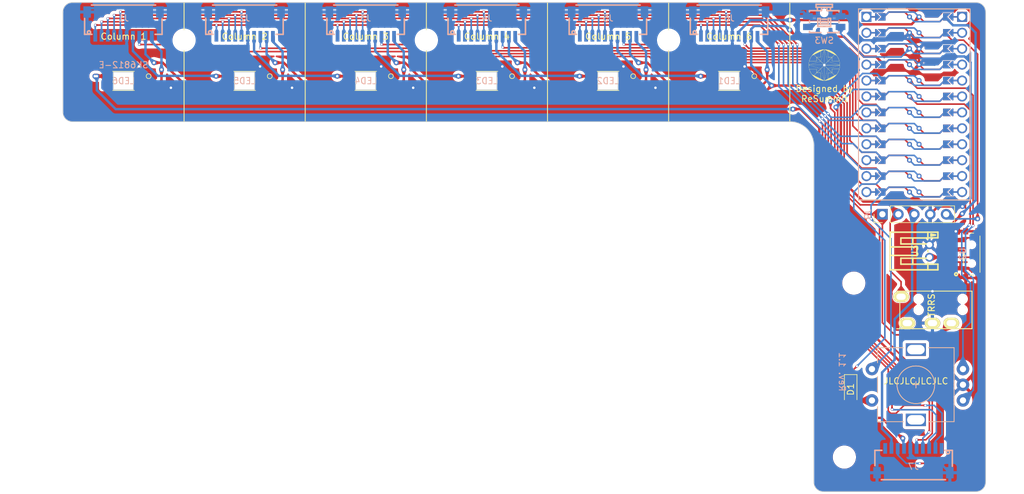
<source format=kicad_pcb>
(kicad_pcb (version 20221018) (generator pcbnew)
  (layers (0 "F.Cu" signal) (31 "B.Cu" signal) (34 "B.Paste" user) (35 "F.Paste" user) (36 "B.SilkS" user "B.Silkscreen") (37 "F.SilkS" user "F.Silkscreen") (38 "B.Mask" user) (39 "F.Mask" user) (44 "Edge.Cuts" user))
  (net 0 "")
  (net 1 "GND")
  (net 2 "/Row1")
  (net 3 "/Row2")
  (net 4 "/Row3")
  (net 5 "/Row4")
  (net 6 "/V+")
  (net 7 "SCL")
  (net 8 "SDA")
  (net 9 "/RGB_In1")
  (net 10 "/Col_In1")
  (net 11 "/Col_In2")
  (net 12 "/Col_In3")
  (net 13 "/Col_In4")
  (net 14 "/Col_In5")
  (net 15 "/Col_In6")
  (net 16 "/V_bat")
  (net 17 "RESET")
  (net 18 "ENCA")
  (net 19 "ENCB")
  (net 20 "/RGB_In2")
  (net 21 "/RGB_In3")
  (net 22 "/RGB_In4")
  (net 23 "/RGB_In5")
  (net 24 "/RGB_In6")
  (net 26 "Net-(U2-PadL1)")
  (net 27 "/Row5")
  (net 28 "Net-(D1-A)")
  (net 29 "CS")
  (net 30 "/RGB_In7")
  (net 31 "/Col_InT")
  (net 33 "/RGB_Out7")
  (net 34 "/RGB_Out1")
  (net 35 "/RGB_Out2")
  (net 36 "/RGB_Out3")
  (net 37 "/RGB_Out4")
  (net 38 "/RGB_Out5")
  (net 39 "/RGB_Out6")
  (footprint "Seismos-libs:RotaryEncoder_Alps_EC11E-Switch_Vertical_H20mm-keebio_modified" (layer "F.Cu") (at 165.89 80.96 180)
    (fp_text reference "SW1" hide)
    (fp_text value "RotaryEncoder_Switch")
  )
  (footprint "Seismos-libs:MJ-4PP-9" (layer "F.Cu") (at 174.83 69.025 -90)
    (fp_text reference "J8")
    (fp_text value "MJ-4PP-9-Lily58" hide)
  )
  (footprint "Seismos-libs:SK6812-E" (layer "F.Cu") (at 39.65 32.5 180)
    (fp_text reference "LED6")
    (fp_text value "SK6812-E")
    (fp_rect (start 1.6256 -1.4224) (end -1.5748 1.4224) (stroke (width 0.12)) (fill none) (layer "Edge.Cuts"))
  )
  (footprint "Seismos-libs:SK6812-E" (layer "F.Cu") (at 136.15 32.5 180)
    (fp_text reference "LED1")
    (fp_text value "SK6812-E")
    (fp_rect (start 1.6256 -1.4224) (end -1.5748 1.4224) (stroke (width 0.12)) (fill none) (layer "Edge.Cuts"))
  )
  (footprint "Seismos-libs:SK6812-E" (layer "F.Cu") (at 97.55 32.5 180)
    (fp_text reference "LED3")
    (fp_text value "SK6812-E")
    (fp_rect (start 1.6256 -1.4224) (end -1.5748 1.4224) (stroke (width 0.12)) (fill none) (layer "Edge.Cuts"))
  )
  (footprint "Seismos-libs:SK6812-E" (layer "F.Cu") (at 78.25 32.5 180)
    (fp_text reference "LED4")
    (fp_text value "SK6812-E")
    (fp_rect (start 1.6256 -1.4224) (end -1.5748 1.4224) (stroke (width 0.12)) (fill none) (layer "Edge.Cuts"))
  )
  (footprint "Seismos-libs:Hole_M3_3.2mm" (layer "F.Cu") (at 156 64.75)
    (fp_text reference "")
    (fp_text value "Hole_M3_3.2mm")
  )
  (footprint "Seismos-libs:Hole_M3_3.2mm" (layer "F.Cu") (at 87.9 26)
    (fp_text reference "2")
    (fp_text value "Hole_M3_3.2mm")
  )
  (footprint "Connector_PinHeader_2.54mm:PinHeader_1x05_P2.54mm_Vertical" (layer "F.Cu") (at 160.556 53.766 90)
    (fp_text reference "J9")
    (fp_text value "Conn_01x05_Pin")
  )
  (footprint "Seismos-libs:SW_PCM12SMTR" (layer "F.Cu") (at 174.8 60.132 90)
    (fp_text reference "U2")
    (fp_text value "MSK-12C02_SMD_SPDT_SWITCH")
  )
  (footprint "Seismos-libs:Hole_M3_3.2mm" (layer "F.Cu") (at 49.3 26)
    (fp_text reference "")
    (fp_text value "Hole_M3_3.2mm")
  )
  (footprint "Seismos-libs:CONN-TH_S2B-PH-K-S-GW" (layer "F.Cu") (at 168.0505 59.632 90)
    (fp_text reference "U3")
    (fp_text value "S2B-PH-K-S-GW")
  )
  (footprint "Seismos-libs:Hole_M3_3.2mm" (layer "F.Cu") (at 126.5 26)
    (fp_text reference "4")
    (fp_text value "Hole_M3_3.2mm")
  )
  (footprint "keyboard_reversible:ProMicro" (layer "F.Cu") (at 165.636 36.256 -90)
    (fp_text reference "U1" hide)
    (fp_text value "ProMicro_2-Lily58-cache-Lily58_Pro-rescue")
  )
  (footprint "Seismos-libs:SK6812-E" (layer "F.Cu") (at 116.85 32.5 180)
    (fp_text reference "LED2")
    (fp_text value "SK6812-E")
    (fp_rect (start 1.6256 -1.4224) (end -1.5748 1.4224) (stroke (width 0.12)) (fill none) (layer "Edge.Cuts"))
  )
  (footprint "Seismos-libs:Hole_M3_3.2mm" (layer "F.Cu") (at 154.5 92.5)
    (fp_text reference "")
    (fp_text value "Hole_M3_3.2mm")
  )
  (footprint "Seismos-libs:ReSummit_Logo" (layer "F.Cu") (at 151.3 29.975)
    (fp_text reference "G***" hide)
    (fp_text value "LOGO" hide)
  )
  (footprint "Diode_SMD:D_SOD-123" (layer "F.Cu") (at 155.5 81.7 -90)
    (fp_text reference "D1")
    (fp_text value "1N4148W")
  )
  (footprint "Seismos-libs:SK6812-E" (layer "F.Cu") (at 58.95 32.5 180)
    (fp_text reference "LED5")
    (fp_text value "SK6812-E")
    (fp_rect (start 1.6256 -1.4224) (end -1.5748 1.4224) (stroke (width 0.12)) (fill none) (layer "Edge.Cuts"))
  )
  (footprint "Seismos-libs:CONN-SMD_10P-P1.00_SM10B-SRSS-TB-LF-SN" (layer "B.Cu") (at 39.65 21.5)
    (fp_text reference "J1")
    (fp_text value "SM09B-SRSS-TB(LF)(SN)")
  )
  (footprint "Seismos-libs:CONN-SMD_10P-P1.00_SM10B-SRSS-TB-LF-SN" (layer "B.Cu") (at 58.95 21.5)
    (fp_text reference "J2")
    (fp_text value "SM09B-SRSS-TB(LF)(SN)")
  )
  (footprint "Seismos-libs:SW-SMD_EVQPUD02K" (layer "B.Cu") (at 151.2875 23.0495 90)
    (fp_text reference "SW3")
    (fp_text value "EVQPUC02K")
  )
  (footprint "Seismos-libs:CONN-SMD_10P-P1.00_SM10B-SRSS-TB-LF-SN" (layer "B.Cu") (at 136.15 21.5)
    (fp_text reference "J6")
    (fp_text value "SM09B-SRSS-TB(LF)(SN)")
  )
  (footprint "Seismos-libs:CONN-SMD_10P-P1.00_SM10B-SRSS-TB-LF-SN" (layer "B.Cu") (at 165.5 95 180)
    (fp_text reference "J7")
    (fp_text value "SM09B-SRSS-TB(LF)(SN)")
  )
  (footprint "Seismos-libs:CONN-SMD_10P-P1.00_SM10B-SRSS-TB-LF-SN" (layer "B.Cu") (at 97.55 21.5)
    (fp_text reference "J4")
    (fp_text value "SM09B-SRSS-TB(LF)(SN)")
  )
  (footprint "Seismos-libs:CONN-SMD_10P-P1.00_SM10B-SRSS-TB-LF-SN" (layer "B.Cu") (at 78.25 21.5)
    (fp_text reference "J3")
    (fp_text value "SM09B-SRSS-TB(LF)(SN)")
  )
  (footprint "Seismos-libs:CONN-SMD_10P-P1.00_SM10B-SRSS-TB-LF-SN" (layer "B.Cu") (at 116.85 21.5)
    (fp_text reference "J5")
    (fp_text value "SM09B-SRSS-TB(LF)(SN)")
  )
  (gr_line (start 87.9 20) (end 87.9 39) (stroke (width 0.15)) (layer "F.SilkS"))
  (gr_line (start 107.2 20) (end 107.2 39) (stroke (width 0.15)) (layer "F.SilkS"))
  (gr_line (start 49.3 20) (end 49.3 39) (stroke (width 0.15)) (layer "F.SilkS"))
  (gr_line (start 126.5 20) (end 126.5 39) (stroke (width 0.15)) (layer "F.SilkS"))
  (gr_line (start 145.8 20) (end 145.8 39) (stroke (width 0.15)) (layer "F.SilkS"))
  (gr_line (start 68.6 20) (end 68.6 39) (stroke (width 0.15)) (layer "F.SilkS"))
  (gr_line (start 151.134 98) (end 175.5 98) (stroke (width 0.1)) (layer "Edge.Cuts"))
  (gr_arc (start 175.5 20) (mid 176.56066 20.43934) (end 177 21.5) (stroke (width 0.1)) (layer "Edge.Cuts"))
  (gr_line (start 149.634 42.81) (end 149.634 96.5) (stroke (width 0.1)) (layer "Edge.Cuts"))
  (gr_arc (start 151.134 98) (mid 150.07334 97.56066) (end 149.634 96.5) (stroke (width 0.1)) (layer "Edge.Cuts"))
  (gr_line (start 31.5 39) (end 145.824 39) (stroke (width 0.1)) (layer "Edge.Cuts"))
  (gr_arc (start 31.5 39) (mid 30.43934 38.56066) (end 30 37.5) (stroke (width 0.1)) (layer "Edge.Cuts"))
  (gr_arc (start 30 21.5) (mid 30.43934 20.43934) (end 31.5 20) (stroke (width 0.1)) (layer "Edge.Cuts"))
  (gr_line (start 177 21.5) (end 177 96.5) (stroke (width 0.1)) (layer "Edge.Cuts"))
  (gr_arc (start 177 96.5) (mid 176.56066 97.56066) (end 175.5 98) (stroke (width 0.1)) (layer "Edge.Cuts"))
  (gr_arc (start 145.824 39) (mid 148.518077 40.115923) (end 149.634 42.81) (stroke (width 0.1)) (layer "Edge.Cuts"))
  (gr_line (start 175.5 20) (end 31.5 20) (stroke (width 0.1)) (layer "Edge.Cuts"))
  (gr_line (start 30 21.5) (end 30 37.5) (stroke (width 0.1)) (layer "Edge.Cuts"))
  (gr_text "Rev. 1.1" (at 153.55 78.9 270) (layer "B.SilkS") (effects (font (size 1 1)) (justify bottom mirror)))
  (gr_text "JLCJLCJLCJLC" (at 165.89 80.96) (layer "F.SilkS") (effects (font (size 1 1)) (justify bottom)))
  (gr_text "Designed by\nReSummit" (at 151.325 35.95) (layer "F.SilkS") (effects (font (size 1 1)) (justify bottom)))
  (gr_text "Column 4" (at 97.55 26) (layer "F.SilkS") (effects (font (size 1 1)) (justify bottom)))
  (gr_text "Column 2" (at 58.95 26) (layer "F.SilkS") (effects (font (size 1 1)) (justify bottom)))
  (gr_text "Column 6" (at 136.15 26) (layer "F.SilkS") (effects (font (size 1 1)) (justify bottom)))
  (gr_text "Column 3" (at 78.25 26) (layer "F.SilkS") (effects (font (size 1 1)) (justify bottom)))
  (gr_text "Column 1" (at 39.65 26) (layer "F.SilkS") (effects (font (size 1 1)) (justify bottom)))
  (gr_text "Column 5" (at 116.85 26) (layer "F.SilkS") (effects (font (size 1 1)) (justify bottom)))
  (segment (start 173.835 63.167) (end 173.05 62.382) (width 0.381) (layer "F.Cu") (net 1))
  (segment (start 80.7 30.2) (end 80.7519 30.2519) (width 0.381) (layer "F.Cu") (net 1))
  (segment (start 119.3519 30.2519) (end 119.3519 31.7507) (width 0.381) (layer "F.Cu") (net 1))
  (segment (start 100 30.2) (end 100.0519 30.2519) (width 0.381) (layer "F.Cu") (net 1))
  (segment (start 173.675 63.932) (end 170.645 63.932) (width 0.381) (layer "F.Cu") (net 1))
  (segment (start 166.398 29.906) (end 166.398 27.366) (width 0.381) (layer "F.Cu") (net 1))
  (segment (start 173.675 63.932) (end 175.875 63.932) (width 0.381) (layer "F.Cu") (net 1))
  (segment (start 173.835 63.782) (end 173.835 63.167) (width 0.381) (layer "F.Cu") (net 1))
  (segment (start 42.1 30.2) (end 42.1519 30.2519) (width 0.381) (layer "F.Cu") (net 1))
  (segment (start 119.3 30.2) (end 119.3519 30.2519) (width 0.381) (layer "F.Cu") (net 1))
  (segment (start 138.6519 30.2519) (end 138.6519 31.7507) (width 0.381) (layer "F.Cu") (net 1))
  (segment (start 61.4519 30.2519) (end 61.4519 31.7507) (width 0.381) (layer "F.Cu") (net 1))
  (segment (start 173.835 56.482) (end 175.765 56.482) (width 0.381) (layer "F.Cu") (net 1))
  (segment (start 175.875 63.932) (end 175.925 63.882) (width 0.381) (layer "F.Cu") (net 1))
  (segment (start 138.6 30.2) (end 138.6519 30.2519) (width 0.381) (layer "F.Cu") (net 1))
  (segment (start 42.1519 30.2519) (end 42.1519 31.7507) (width 0.381) (layer "F.Cu") (net 1))
  (segment (start 169.4165 52.5255) (end 168.176 53.766) (width 0.381) (layer "F.Cu") (net 1))
  (segment (start 170.645 63.932) (end 168.53 66.047) (width 0.381) (layer "F.Cu") (net 1))
  (segment (start 80.7519 30.2519) (end 80.7519 31.7507) (width 0.381) (layer "F.Cu") (net 1))
  (segment (start 173.3095 52.5255) (end 169.4165 52.5255) (width 0.381) (layer "F.Cu") (net 1))
  (segment (start 100.0519 30.2519) (end 100.0519 31.7507) (width 0.381) (layer "F.Cu") (net 1))
  (segment (start 61.4 30.2) (end 61.4519 30.2519) (width 0.381) (layer "F.Cu") (net 1))
  (via (at 172.25 56.5) (size 0.8) (drill 0.4) (layers "F.Cu" "B.Cu") (net 1))
  (via (at 61.4 30.2) (size 0.8) (drill 0.4) (layers "F.Cu" "B.Cu") (net 1))
  (via (at 66.5 33.6) (size 0.8) (drill 0.4) (layers "F.Cu" "B.Cu") (net 1))
  (via (at 80.7 30.2) (size 0.8) (drill 0.4) (layers "F.Cu" "B.Cu") (net 1))
  (via (at 124.4 33.6) (size 0.8) (drill 0.4) (layers "F.Cu" "B.Cu") (net 1))
  (via (at 138.6 30.2) (size 0.8) (drill 0.4) (layers "F.Cu" "B.Cu") (net 1))
  (via (at 100 30.2) (size 0.8) (drill 0.4) (layers "F.Cu" "B.Cu") (net 1))
  (via (at 173.3095 52.5255) (size 0.8) (drill 0.4) (layers "F.Cu" "B.Cu") (net 1))
  (via (at 85.8 33.6) (size 0.8) (drill 0.4) (layers "F.Cu" "B.Cu") (net 1))
  (via (at 119.3 30.2) (size 0.8) (drill 0.4) (layers "F.Cu" "B.Cu") (net 1))
  (via (at 105.1 33.6) (size 0.8) (drill 0.4) (layers "F.Cu" "B.Cu") (net 1))
  (via (at 168.53 66.047) (size 0.8) (drill 0.4) (layers "F.Cu" "B.Cu") (net 1))
  (via (at 47.2 33.6) (size 0.8) (drill 0.4) (layers "F.Cu" "B.Cu") (net 1))
  (via (at 151.3 29.975) (size 0.8) (drill 0.4) (layers "F.Cu" "B.Cu") (net 1))
  (via (at 42.1 30.2) (size 0.8) (drill 0.4) (layers "F.Cu" "B.Cu") (net 1))
  (segment (start 153.8875 22.1995) (end 154.6625 22.1995) (width 0.381) (layer "B.Cu") (net 1))
  (segment (start 147.978 21.51) (end 147.988 21.5) (width 0.381) (layer "B.Cu") (net 1))
  (segment (start 140 20.9) (end 141.34 20.9) (width 0.381) (layer "B.Cu") (net 1))
  (segment (start 33.85 21.51) (end 34.46 20.9) (width 0.381) (layer "B.Cu") (net 1))
  (segment (start 166.4 60.2825) (end 168.0505 58.632) (width 0.381) (layer "B.Cu") (net 1))
  (segment (start 98.05 24.25) (end 101.4 20.9) (width 0.381) (layer "B.Cu") (net 1))
  (segment (start 174.6 51.235) (end 174.6 29.566378) (width 0.381) (layer "B.Cu") (net 1))
  (segment (start 98.05 28.25) (end 98.05 25.385) (width 0.381) (layer "B.Cu") (net 1))
  (segment (start 43.785 20.9) (end 44.7 20.9) (width 0.381) (layer "B.Cu") (net 1))
  (segment (start 136.65 28.25) (end 136.65 25.385) (width 0.381) (layer "B.Cu") (net 1))
  (segment (start 173.633622 28.6) (end 170.2 28.6) (width 0.381) (layer "B.Cu") (net 1))
  (segment (start 42.1 30.2) (end 40.15 28.25) (width 0.381) (layer "B.Cu") (net 1))
  (segment (start 149.1875 22.6995) (end 153.3875 22.6995) (width 0.381) (layer "B.Cu") (net 1))
  (segment (start 168.53 66.047) (end 166.4 63.917) (width 0.381) (layer "B.Cu") (net 1))
  (segment (start 117.35 25.385) (end 117.35 24.25) (width 0.381) (layer "B.Cu") (net 1))
  (segment (start 168.96 92.65) (end 171.3 94.99) (width 0.381) (layer "B.Cu") (net 1))
  (segment (start 59.45 24.25) (end 62.8 20.9) (width 0.381) (layer "B.Cu") (net 1))
  (segment (start 153.3875 22.6995) (end 153.8875 22.1995) (width 0.381) (layer "B.Cu") (net 1))
  (segment (start 40.15 24.535) (end 43.785 20.9) (width 0.381) (layer "B.Cu") (net 1))
  (segment (start 173.39 80.96) (end 171.3 83.05) (width 0.381) (layer "B.Cu") (net 1))
  (segment (start 154.6625 22.1995) (end 156.2 23.737) (width 0.381) (layer "B.Cu") (net 1))
  (segment (start 168.894 29.906) (end 166.398 29.906) (width 0.381) (layer "B.Cu") (net 1))
  (segment (start 40.15 24.25) (end 43.5 20.9) (width 0.381) (layer "B.Cu") (net 1))
  (segment (start 173.3095 52.5255) (end 174.6 51.235) (width 0.381) (layer "B.Cu") (net 1))
  (segment (start 147.988 21.5) (end 148.6875 22.1995) (width 0.381) (layer "B.Cu") (net 1))
  (segment (start 34.46 20.9) (end 44.7 20.9) (width 0.381) (layer "B.Cu") (net 1))
  (segment (start 168.53 71.997) (end 168.53 66.047) (width 0.381) (layer "B.Cu") (net 1))
  (segment (start 117.35 24.25) (end 120.7 20.9) (width 0.381) (layer "B.Cu") (net 1))
  (segment (start 78.75 25.385) (end 78.75 24.25) (width 0.381) (layer "B.Cu") (net 1))
  (segment (start 173.39 80.96) (end 168.53 76.1) (width 0.381) (layer "B.Cu") (net 1))
  (segment (start 164.874 24.826) (end 164.874 25.842) (width 0.381) (layer "B.Cu") (net 1))
  (segment (start 59.45 28.25) (end 59.45 25.385) (width 0.381) (layer "B.Cu") (net 1))
  (segment (start 163.6835 26.0165) (end 164.874 24.826) (width 0.381) (layer "B.Cu") (net 1))
  (segment (start 141.34 20.9) (end 141.95 21.51) (width 0.381) (layer "B.Cu") (net 1))
  (segment (start 148.6875 22.1995) (end 149.1875 22.6995) (width 0.381) (layer "B.Cu") (net 1))
  (segment (start 136.65 25.385) (end 136.65 24.25) (width 0.381) (layer "B.Cu") (net 1))
  (segment (start 168.0505 58.632) (end 168.0505 53.8915) (width 0.381) (layer "B.Cu") (net 1))
  (segment (start 138.6 30.2) (end 136.65 28.25) (width 0.381) (layer "B.Cu") (net 1))
  (segment (start 165 91.115) (end 165 91.965) (width 0.381) (layer "B.Cu") (net 1))
  (segment (start 141.95 21.51) (end 147.978 21.51) (width 0.381) (layer "B.Cu") (net 1))
  (segment (start 40.15 25.385) (end 40.15 24.25) (width 0.381) (layer "B.Cu") (net 1))
  (segment (start 168.53 76.1) (end 168.53 71.997) (width 0.381) (layer "B.Cu") (net 1))
  (segment (start 44.7 20.9) (end 140 20.9) (width 0.381) (layer "B.Cu") (net 1))
  (segment (start 119.3 30.2) (end 117.35 28.25) (width 0.381) (layer "B.Cu") (net 1))
  (segment (start 166.4 63.917) (end 166.4 60.2825) (width 0.381) (layer "B.Cu") (net 1))
  (segment (start 40.15 25.385) (end 40.15 24.535) (width 0.381) (layer "B.Cu") (net 1))
  (segment (start 171.3 83.05) (end 171.3 94.99) (width 0.381) (layer "B.Cu") (net 1))
  (segment (start 174.6 29.566378) (end 173.633622 28.6) (width 0.381) (layer "B.Cu") (net 1))
  (segment (start 165 91.965) (end 165.685 92.65) (width 0.381) (layer "B.Cu") (net 1))
  (segment (start 159.7 94.99) (end 171.3 94.99) (width 0.381) (layer "B.Cu") (net 1))
  (segment (start 157.522878 26.0165) (end 163.6835 26.0165) (width 0.381) (layer "B.Cu") (net 1))
  (segment (start 117.35 28.25) (end 117.35 25.385) (width 0.381) (layer "B.Cu") (net 1))
  (segment (start 59.45 25.385) (end 59.45 24.25) (width 0.381) (layer "B.Cu") (net 1))
  (segment (start 98.05 25.385) (end 98.05 24.25) (width 0.381) (layer "B.Cu") (net 1))
  (segment (start 170.2 28.6) (end 168.894 29.906) (width 0.381) (layer "B.Cu") (net 1))
  (segment (start 61.4 30.2) (end 59.45 28.25) (width 0.381) (layer "B.Cu") (net 1))
  (segment (start 165.685 92.65) (end 168.96 92.65) (width 0.381) (layer "B.Cu") (net 1))
  (segment (start 80.7 30.2) (end 78.75 28.25) (width 0.381) (layer "B.Cu") (net 1))
  (segment (start 164.874 25.842) (end 166.398 27.366) (width 0.381) (layer "B.Cu") (net 1))
  (segment (start 78.75 28.25) (end 78.75 25.385) (width 0.381) (layer "B.Cu") (net 1))
  (segment (start 156.2 24.693622) (end 157.522878 26.0165) (width 0.381) (layer "B.Cu") (net 1))
  (segment (start 136.65 24.25) (end 140 20.9) (width 0.381) (layer "B.Cu") (net 1))
  (segment (start 100 30.2) (end 98.05 28.25) (width 0.381) (layer "B.Cu") (net 1))
  (segment (start 168.0505 53.8915) (end 168.176 53.766) (width 0.381) (layer "B.Cu") (net 1))
  (segment (start 40.15 28.25) (end 40.15 25.385) (width 0.381) (layer "B.Cu") (net 1))
  (segment (start 156.2 23.737) (end 156.2 24.693622) (width 0.381) (layer "B.Cu") (net 1))
  (segment (start 78.75 24.25) (end 82.1 20.9) (width 0.381) (layer "B.Cu") (net 1))
  (segment (start 168.5 83.573844) (end 152.3795 67.453344) (width 0.254) (layer "F.Cu") (net 2))
  (segment (start 166 89.75) (end 167.468791 89.75) (width 0.254) (layer "F.Cu") (net 2))
  (segment (start 167.468791 89.75) (end 168.5 88.718791) (width 0.254) (layer "F.Cu") (net 2))
  (segment (start 97.05 21.49) (end 77.75 21.49) (width 0.254) (layer "F.Cu") (net 2))
  (segment (start 152.385 56.615) (end 152.385 38.307634) (width 0.254) (layer "F.Cu") (net 2))
  (segment (start 152.3795 67.453344) (end 152.3795 56.6205) (width 0.254) (layer "F.Cu") (net 2))
  (segment (start 168.5 88.718791) (end 168.5 83.573844) (width 0.254) (layer "F.Cu") (net 2))
  (segment (start 151.894372 37.817006) (end 151.894372 37.727939) (width 0.254) (layer "F.Cu") (net 2))
  (segment (start 152.385 38.307634) (end 151.894372 37.817006) (width 0.254) (layer "F.Cu") (net 2))
  (segment (start 141.79 21.49) (end 135.65 21.49) (width 0.254) (layer "F.Cu") (net 2))
  (segment (start 135.65 21.49) (end 116.35 21.49) (width 0.254) (layer "F.Cu") (net 2))
  (segment (start 147 26.7) (end 141.79 21.49) (width 0.254) (layer "F.Cu") (net 2))
  (segment (start 58.45 21.49) (end 39.15 21.49) (width 0.254) (layer "F.Cu") (net 2))
  (segment (start 77.75 21.49) (end 58.45 21.49) (width 0.254) (layer "F.Cu") (net 2))
  (segment (start 116.35 21.49) (end 97.05 21.49) (width 0.254) (layer "F.Cu") (net 2))
  (segment (start 152.3795 56.6205) (end 152.385 56.615) (width 0.254) (layer "F.Cu") (net 2))
  (via (at 97.05 21.49) (size 0.4) (drill 0.3) (layers "F.Cu" "B.Cu") (net 2))
  (via (at 151.894372 37.727939) (size 0.4) (drill 0.3) (layers "F.Cu" "B.Cu") (net 2))
  (via (at 77.75 21.49) (size 0.4) (drill 0.3) (layers "F.Cu" "B.Cu") (net 2))
  (via (at 39.15 21.49) (size 0.4) (drill 0.3) (layers "F.Cu" "B.Cu") (net 2))
  (via (at 58.45 21.49) (size 0.4) (drill 0.3) (layers "F.Cu" "B.Cu") (net 2))
  (via (at 135.65 21.49) (size 0.4) (drill 0.3) (layers "F.Cu" "B.Cu") (net 2))
  (via (at 166 89.75) (size 0.4) (drill 0.3) (layers "F.Cu" "B.Cu") (net 2))
  (via (at 116.35 21.49) (size 0.4) (drill 0.3) (layers "F.Cu" "B.Cu") (net 2))
  (via (at 147 26.7) (size 0.4) (drill 0.3) (layers "F.Cu" "B.Cu") (net 2))
  (segment (start 116.35 25.385) (end 116.35 21.49) (width 0.254) (layer "B.Cu") (net 2))
  (segment (start 39.15 25.385) (end 39.15 21.49) (width 0.254) (layer "B.Cu") (net 2))
  (segment (start 166 91.115) (end 166 89.75) (width 0.254) (layer "B.Cu") (net 2))
  (segment (start 157.476 36.399) (end 159.683 36.399) (width 0.254) (layer "B.Cu") (net 2))
  (segment (start 77.75 25.385) (end 77.75 21.49) (width 0.254) (layer "B.Cu") (net 2))
  (segment (start 135.65 25.385) (end 135.65 21.49) (width 0.254) (layer "B.Cu") (net 2))
  (segment (start 58.45 25.385) (end 58.45 21.49) (width 0.254) (layer "B.Cu") (net 2))
  (segment (start 97.05 25.385) (end 97.05 21.49) (width 0.254) (layer "B.Cu") (net 2))
  (segment (start 152.397366 38.32) (end 155.555 38.32) (width 0.254) (layer "B.Cu") (net 2))
  (segment (start 159.683 36.399) (end 160.81 37.526) (width 0.254) (layer "B.Cu") (net 2))
  (segment (start 147 32.833567) (end 151.894372 37.727939) (width 0.254) (layer "B.Cu") (net 2))
  (segment (start 155.555 38.32) (end 157.476 36.399) (width 0.254) (layer "B.Cu") (net 2))
  (segment (start 147 26.7) (end 147 32.833567) (width 0.254) (layer "B.Cu") (net 2))
  (segment (start 151.894372 37.727939) (end 151.894372 37.817006) (width 0.254) (layer "B.Cu") (net 2))
  (segment (start 151.894372 37.817006) (end 152.397366 38.32) (width 0.254) (layer "B.Cu") (net 2))
  (segment (start 146.277708 26.722292) (end 146.277708 26.677708) (width 0.254) (layer "F.Cu") (net 3))
  (segment (start 168.046 83.761896) (end 151.9255 67.641396) (width 0.254) (layer "F.Cu") (net 3))
  (segment (start 96.05 22.0165) (end 76.75 22.0165) (width 0.254) (layer "F.Cu") (net 3))
  (segment (start 151.9255 67.641396) (end 151.9255 46.828553) (width 0.254) (layer "F.Cu") (net 3))
  (segment (start 146.277708 26.677708) (end 141.6165 22.0165) (width 0.254) (layer "F.Cu") (net 3))
  (segment (start 115.35 22.0165) (end 96.05 22.0165) (width 0.254) (layer "F.Cu") (net 3))
  (segment (start 151.9255 46.828553) (end 151.931 46.823053) (width 0.254) (layer "F.Cu") (net 3))
  (segment (start 151.931 38.604874) (end 151.417895 38.091769) (width 0.254) (layer "F.Cu") (net 3))
  (segment (start 168.046 88.4275) (end 168.046 83.761896) (width 0.254) (layer "F.Cu") (net 3))
  (segment (start 167.9735 88.5) (end 168.046 88.4275) (width 0.254) (layer "F.Cu") (net 3))
  (segment (start 141.6165 22.0165) (end 134.65 22.0165) (width 0.254) (layer "F.Cu") (net 3))
  (segment (start 76.75 22.0165) (end 57.45 22.0165) (width 0.254) (layer "F.Cu") (net 3))
  (segment (start 151.931 46.823053) (end 151.931 38.604874) (width 0.254) (layer "F.Cu") (net 3))
  (segment (start 57.45 22.0165) (end 38.15 22.0165) (width 0.254) (layer "F.Cu") (net 3))
  (segment (start 134.65 22.0165) (end 115.35 22.0165) (width 0.254) (layer "F.Cu") (net 3))
  (via (at 115.35 22.0165) (size 0.4) (drill 0.3) (layers "F.Cu" "B.Cu") (net 3))
  (via (at 151.417895 38.091769) (size 0.4) (drill 0.3) (layers "F.Cu" "B.Cu") (net 3))
  (via (at 96.05 22.0165) (size 0.4) (drill 0.3) (layers "F.Cu" "B.Cu") (net 3))
  (via (at 57.45 22.0165) (size 0.4) (drill 0.3) (layers "F.Cu" "B.Cu") (net 3))
  (via (at 38.15 22.0165) (size 0.4) (drill 0.3) (layers "F.Cu" "B.Cu") (net 3))
  (via (at 134.65 22.0165) (size 0.4) (drill 0.3) (layers "F.Cu" "B.Cu") (net 3))
  (via (at 146.277708 26.722292) (size 0.4) (drill 0.3) (layers "F.Cu" "B.Cu") (net 3))
  (via (at 167.9735 88.5) (size 0.4) (drill 0.3) (layers "F.Cu" "B.Cu") (net 3))
  (via (at 76.75 22.0165) (size 0.4) (drill 0.3) (layers "F.Cu" "B.Cu") (net 3))
  (segment (start 146.288364 32.962238) (end 151.417895 38.091769) (width 0.254) (layer "B.Cu") (net 3))
  (segment (start 115.35 25.385) (end 115.35 22.0165) (width 0.254) (layer "B.Cu") (net 3))
  (segment (start 134.65 25.385) (end 134.65 22.0165) (width 0.254) (layer "B.Cu") (net 3))
  (segment (start 57.45 25.385) (end 57.45 22.0165) (width 0.254) (layer "B.Cu") (net 3))
  (segment (start 151.417895 38.091769) (end 152.122126 38.796) (width 0.254) (layer "B.Cu") (net 3))
  (segment (start 96.05 25.385) (end 96.05 22.0165) (width 0.254) (layer "B.Cu") (net 3))
  (segment (start 146.288364 26.732948) (end 146.288364 32.962238) (width 0.254) (layer "B.Cu") (net 3))
  (segment (start 159.54 38.796) (end 160.81 40.066) (width 0.254) (layer "B.Cu") (net 3))
  (segment (start 167 89.4735) (end 167.9735 88.5) (width 0.254) (layer "B.Cu") (net 3))
  (segment (start 167 91.115) (end 167 89.4735) (width 0.254) (layer "B.Cu") (net 3))
  (segment (start 152.122126 38.796) (end 159.54 38.796) (width 0.254) (layer "B.Cu") (net 3))
  (segment (start 38.15 25.385) (end 38.15 22.0165) (width 0.254) (layer "B.Cu") (net 3))
  (segment (start 76.75 25.385) (end 76.75 22.0165) (width 0.254) (layer "B.Cu") (net 3))
  (segment (start 146.277708 26.722292) (end 146.288364 26.732948) (width 0.254) (layer "B.Cu") (net 3))
  (segment (start 162.089006 78.446954) (end 151.4715 67.829448) (width 0.254) (layer "F.Cu") (net 4))
  (segment (start 145.552708 26.697292) (end 141.398416 22.543) (width 0.254) (layer "F.Cu") (net 4))
  (segment (start 75.75 22.543) (end 56.45 22.543) (width 0.254) (layer "F.Cu") (net 4))
  (segment (start 162.089006 84.889006) (end 162.089006 78.446954) (width 0.254) (layer "F.Cu") (net 4))
  (segment (start 133.65 22.543) (end 114.35 22.543) (width 0.254) (layer "F.Cu") (net 4))
  (segment (start 141.398416 22.543) (end 133.65 22.543) (width 0.254) (layer "F.Cu") (net 4))
  (segment (start 151.4715 38.993098) (end 150.987491 38.509089) (width 0.254) (layer "F.Cu") (net 4))
  (segment (start 162.1 84.9) (end 162.089006 84.889006) (width 0.254) (layer "F.Cu") (net 4))
  (segment (start 114.35 22.543) (end 95.05 22.543) (width 0.254) (layer "F.Cu") (net 4))
  (segment (start 151.4715 67.829448) (end 151.4715 38.993098) (width 0.254) (layer "F.Cu") (net 4))
  (segment (start 56.45 22.543) (end 37.15 22.543) (width 0.254) (layer "F.Cu") (net 4))
  (segment (start 95.05 22.543) (end 75.75 22.543) (width 0.254) (layer "F.Cu") (net 4))
  (via (at 133.65 22.543) (size 0.4) (drill 0.3) (layers "F.Cu" "B.Cu") (net 4))
  (via (at 150.987491 38.509089) (size 0.4) (drill 0.3) (layers "F.Cu" "B.Cu") (net 4))
  (via (at 95.05 22.543) (size 0.4) (drill 0.3) (layers "F.Cu" "B.Cu") (net 4))
  (via (at 145.552708 26.697292) (size 0.4) (drill 0.3) (layers "F.Cu" "B.Cu") (net 4))
  (via (at 56.45 22.543) (size 0.4) (drill 0.3) (layers "F.Cu" "B.Cu") (net 4))
  (via (at 162.1 84.9) (size 0.4) (drill 0.3) (layers "F.Cu" "B.Cu") (net 4))
  (via (at 114.35 22.543) (size 0.4) (drill 0.3) (layers "F.Cu" "B.Cu") (net 4))
  (via (at 75.75 22.543) (size 0.4) (drill 0.3) (layers "F.Cu" "B.Cu") (net 4))
  (via (at 37.15 22.543) (size 0.4) (drill 0.3) (layers "F.Cu" "B.Cu") (net 4))
  (segment (start 159.534419 41.330419) (end 153.808821 41.330419) (width 0.254) (layer "B.Cu") (net 4))
  (segment (start 160.81 42.606) (end 159.534419 41.330419) (width 0.254) (layer "B.Cu") (net 4))
  (segment (start 95.05 22.543) (end 95.05 25.385) (width 0.254) (layer "B.Cu") (net 4))
  (segment (start 145.543738 26.706262) (end 145.543738 33.065336) (width 0.254) (layer "B.Cu") (net 4))
  (segment (start 168.3 84.95) (end 169.15 85.8) (width 0.254) (layer "B.Cu") (net 4))
  (segment (start 168 89.7) (end 168 91.115) (width 0.254) (layer "B.Cu") (net 4))
  (segment (start 162.1 84.9) (end 162.15 84.95) (width 0.254) (layer "B.Cu") (net 4))
  (segment (start 169.15 85.8) (end 169.15 88.55) (width 0.254) (layer "B.Cu") (net 4))
  (segment (start 75.75 22.543) (end 75.75 25.385) (width 0.254) (layer "B.Cu") (net 4))
  (segment (start 37.15 22.543) (end 37.15 25.385) (width 0.254) (layer "B.Cu") (net 4))
  (segment (start 145.543738 33.065336) (end 150.987491 38.509089) (width 0.254) (layer "B.Cu") (net 4))
  (segment (start 114.35 22.543) (end 114.35 25.385) (width 0.254) (layer "B.Cu") (net 4))
  (segment (start 56.45 22.543) (end 56.45 25.385) (width 0.254) (layer "B.Cu") (net 4))
  (segment (start 162.15 84.95) (end 168.3 84.95) (width 0.254) (layer "B.Cu") (net 4))
  (segment (start 169.15 88.55) (end 168 89.7) (width 0.254) (layer "B.Cu") (net 4))
  (segment (start 145.552708 26.697292) (end 145.543738 26.706262) (width 0.254) (layer "B.Cu") (net 4))
  (segment (start 153.808821 41.330419) (end 150.987491 38.509089) (width 0.254) (layer "B.Cu") (net 4))
  (segment (start 133.65 22.543) (end 133.65 25.385) (width 0.254) (layer "B.Cu") (net 4))
  (segment (start 113.3495 23.07) (end 94.0505 23.07) (width 0.254) (layer "F.Cu") (net 5))
  (segment (start 74.7495 23.07) (end 55.4505 23.07) (width 0.254) (layer "F.Cu") (net 5))
  (segment (start 141.180332 23.0695) (end 132.65 23.0695) (width 0.254) (layer "F.Cu") (net 5))
  (segment (start 164 84.25) (end 162.7 85.55) (width 0.254) (layer "F.Cu") (net 5))
  (segment (start 167.4 84.25) (end 164 84.25) (width 0.254) (layer "F.Cu") (net 5))
  (segment (start 151.0175 39.386911) (end 150.565736 38.935147) (width 0.254) (layer "F.Cu") (net 5))
  (segment (start 132.6495 23.07) (end 113.3505 23.07) (width 0.254) (layer "F.Cu") (net 5))
  (segment (start 132.65 23.0695) (end 132.6495 23.07) (width 0.254) (layer "F.Cu") (net 5))
  (segment (start 161.489503 78.489503) (end 151.0175 68.0175) (width 0.254) (layer "F.Cu") (net 5))
  (segment (start 161.870715 85.527) (end 161.489503 85.145788) (width 0.254) (layer "F.Cu") (net 5))
  (segment (start 113.3505 23.07) (end 113.35 23.0695) (width 0.254) (layer "F.Cu") (net 5))
  (segment (start 144.830416 26.719584) (end 141.180332 23.0695) (width 0.254) (layer "F.Cu") (net 5))
  (segment (start 162.677 85.527) (end 161.870715 85.527) (width 0.254) (layer "F.Cu") (net 5))
  (segment (start 151.0175 68.0175) (end 151.0175 39.386911) (width 0.254) (layer "F.Cu") (net 5))
  (segment (start 55.4495 23.07) (end 36.1505 23.07) (width 0.254) (layer "F.Cu") (net 5))
  (segment (start 161.489503 85.145788) (end 161.489503 78.489503) (width 0.254) (layer "F.Cu") (net 5))
  (segment (start 94.0495 23.07) (end 74.7505 23.07) (width 0.254) (layer "F.Cu") (net 5))
  (segment (start 162.7 85.55) (end 162.677 85.527) (width 0.254) (layer "F.Cu") (net 5))
  (via (at 150.565736 38.935147) (size 0.4) (drill 0.3) (layers "F.Cu" "B.Cu") (net 5))
  (via (at 94.05 23.0695) (size 0.4) (drill 0.3) (layers "F.Cu" "B.Cu") (net 5))
  (via (at 144.830416 26.719584) (size 0.4) (drill 0.3) (layers "F.Cu" "B.Cu") (net 5))
  (via (at 132.65 23.0695) (size 0.4) (drill 0.3) (layers "F.Cu" "B.Cu") (net 5))
  (via (at 74.75 23.0695) (size 0.4) (drill 0.3) (layers "F.Cu" "B.Cu") (net 5))
  (via (at 55.45 23.0695) (size 0.4) (drill 0.3) (layers "F.Cu" "B.Cu") (net 5))
  (via (at 113.35 23.0695) (size 0.4) (drill 0.3) (layers "F.Cu" "B.Cu") (net 5))
  (via (at 36.15 23.0695) (size 0.4) (drill 0.3) (layers "F.Cu" "B.Cu") (net 5))
  (via (at 167.4 84.25) (size 0.4) (drill 0.3) (layers "F.Cu" "B.Cu") (net 5))
  (segment (start 159.54 43.876) (end 160.81 45.146) (width 0.254) (layer "B.Cu") (net 5))
  (segment (start 132.65 25.386) (end 132.65 23.0695) (width 0.254) (layer "B.Cu") (net 5))
  (segment (start 169 89.95) (end 169 91.114) (width 0.254) (layer "B.Cu") (net 5))
  (segment (start 157.276 43.876) (end 159.54 43.876) (width 0.254) (layer "B.Cu") (net 5))
  (segment (start 167.4 84.25) (end 168.8 84.25) (width 0.254) (layer "B.Cu") (net 5))
  (segment (start 154.130589 42.5) (end 155.9 42.5) (width 0.254) (layer "B.Cu") (net 5))
  (segment (start 155.9 42.5) (end 157.276 43.876) (width 0.254) (layer "B.Cu") (net 5))
  (segment (start 74.75 25.386) (end 74.75 23.0695) (width 0.254) (layer "B.Cu") (net 5))
  (segment (start 144.799323 26.750677) (end 144.799323 33.168734) (width 0.254) (layer "B.Cu") (net 5))
  (segment (start 36.15 25.386) (end 36.15 23.0695) (width 0.254) (layer "B.Cu") (net 5))
  (segment (start 94.05 25.386) (end 94.05 23.0695) (width 0.254) (layer "B.Cu") (net 5))
  (segment (start 170.05 88.9) (end 169 89.95) (width 0.254) (layer "B.Cu") (net 5))
  (segment (start 144.799323 33.168734) (end 154.130589 42.5) (width 0.254) (layer "B.Cu") (net 5))
  (segment (start 144.830416 26.719584) (end 144.799323 26.750677) (width 0.254) (layer "B.Cu") (net 5))
  (segment (start 113.35 25.386) (end 113.35 23.0695) (width 0.254) (layer "B.Cu") (net 5))
  (segment (start 170.05 85.5) (end 170.05 88.9) (width 0.254) (layer "B.Cu") (net 5))
  (segment (start 168.8 84.25) (end 170.05 85.5) (width 0.254) (layer "B.Cu") (net 5))
  (segment (start 55.45 25.386) (end 55.45 23.0695) (width 0.254) (layer "B.Cu") (net 5))
  (segment (start 150.85 33.25) (end 153.9425 36.3425) (width 0.381) (layer "F.Cu") (net 6))
  (segment (start 95.0481 33.7519) (end 95.0481 33.2493) (width 0.381) (layer "F.Cu") (net 6))
  (segment (start 115.5924 34.9) (end 132.5 34.9) (width 0.381) (layer "F.Cu") (net 6))
  (segment (start 74.6 34.9) (end 75.7481 33.7519) (width 0.381) (layer "F.Cu") (net 6))
  (segment (start 75.7481 33.2493) (end 75.7481 33.6557) (width 0.381) (layer "F.Cu") (net 6))
  (segment (start 37.1481 33.2493) (end 37.1481 33.6557) (width 0.381) (layer "F.Cu") (net 6))
  (segment (start 157.602378 28.636) (end 159.54 28.636) (width 0.381) (layer "F.Cu") (net 6))
  (segment (start 159.54 28.636) (end 160.81 29.906) (width 0.381) (layer "F.Cu") (net 6))
  (segment (start 45.9 29.6) (end 51.2 34.9) (width 0.381) (layer "F.Cu") (net 6))
  (segment (start 65.2 29.6) (end 70.5 34.9) (width 0.381) (layer "F.Cu") (net 6))
  (segment (start 103.8 29.6) (end 109.1 34.9) (width 0.381) (layer "F.Cu") (net 6))
  (segment (start 142.9 33.25) (end 150.85 33.25) (width 0.381) (layer "F.Cu") (net 6))
  (segment (start 56.4481 33.6557) (end 57.6924 34.9) (width 0.381) (layer "F.Cu") (net 6))
  (segment (start 102.4 29.6) (end 103.8 29.6) (width 0.381) (layer "F.Cu") (net 6))
  (segment (start 145.775 24.375) (end 146.84675 25.44675) (width 0.381) (layer "F.Cu") (net 6))
  (segment (start 123.1 29.6) (end 128.4 34.9) (width 0.381) (layer "F.Cu") (net 6))
  (segment (start 75.7481 33.7519) (end 75.7481 33.2493) (width 0.381) (layer "F.Cu") (net 6))
  (segment (start 38.3924 34.9) (end 55.3 34.9) (width 0.381) (layer "F.Cu") (net 6))
  (segment (start 44.5 29.6) (end 45.9 29.6) (width 0.381) (layer "F.Cu") (net 6))
  (segment (start 153.9425 48.1845) (end 157.508 51.75) (width 0.381) (layer "F.Cu") (net 6))
  (segment (start 95.0481 33.2493) (end 95.0481 33.6557) (width 0.381) (layer "F.Cu") (net 6))
  (segment (start 57.6924 34.9) (end 74.6 34.9) (width 0.381) (layer "F.Cu") (net 6))
  (segment (start 133.6481 33.7519) (end 133.6481 33.2493) (width 0.381) (layer "F.Cu") (net 6))
  (segment (start 56.4481 33.7519) (end 56.4481 33.2493) (width 0.381) (layer "F.Cu") (net 6))
  (segment (start 63.8 29.6) (end 65.2 29.6) (width 0.381) (layer "F.Cu") (net 6))
  (segment (start 146.84675 25.44675) (end 154.413128 25.44675) (width 0.381) (layer "F.Cu") (net 6))
  (segment (start 113.2 34.9) (end 114.3481 33.7519) (width 0.381) (layer "F.Cu") (net 6))
  (segment (start 75.7481 33.6557) (end 76.9924 34.9) (width 0.381) (layer "F.Cu") (net 6))
  (segment (start 56.4481 33.2493) (end 56.4481 33.6557) (width 0.381) (layer "F.Cu") (net 6))
  (segment (start 133.6481 33.6557) (end 134.9924 35) (width 0.381) (layer "F.Cu") (net 6))
  (segment (start 76.9924 34.9) (end 93.9 34.9) (width 0.381) (layer "F.Cu") (net 6))
  (segment (start 141.15 35) (end 142.9 33.25) (width 0.381) (layer "F.Cu") (net 6))
  (segment (start 114.3481 33.7519) (end 114.3481 33.2493) (width 0.381) (layer "F.Cu") (net 6))
  (segment (start 55.3 34.9) (end 56.4481 33.7519) (width 0.381) (layer "F.Cu") (net 6))
  (segment (start 114.3481 33.6557) (end 115.5924 34.9) (width 0.381) (layer "F.Cu") (net 6))
  (segment (start 114.3481 33.2493) (end 114.3481 33.6557) (width 0.381) (layer "F.Cu") (net 6))
  (segment (start 84.5 29.6) (end 89.8 34.9) (width 0.381) (layer "F.Cu") (net 6))
  (segment (start 132.5 34.9) (end 133.6481 33.7519) (width 0.381) (layer "F.Cu") (net 6))
  (segment (start 95.0481 33.6557) (end 96.2924 34.9) (width 0.381) (layer "F.Cu") (net 6))
  (segment (start 83.1 29.6) (end 84.5 29.6) (width 0.381) (layer "F.Cu") (net 6))
  (segment (start 163.62 51.75) (end 165.636 53.766) (width 0.381) (layer "F.Cu") (net 6))
  (segment (start 157.508 51.75) (end 163.62 51.75) (width 0.381) (layer "F.Cu") (net 6))
  (segment (start 153.9425 36.3425) (end 153.9425 48.1845) (width 0.381) (layer "F.Cu") (net 6))
  (segment (start 121.7 29.6) (end 123.1 29.6) (width 0.381) (layer "F.Cu") (net 6))
  (segment (start 133.6481 33.2493) (end 133.6481 33.6557) (width 0.381) (layer "F.Cu") (net 6))
  (segment (start 154.413128 25.44675) (end 157.602378 28.636) (width 0.381) (layer "F.Cu") (net 6))
  (segment (start 134.9924 35) (end 141.15 35) (width 0.381) (layer "F.Cu") (net 6))
  (segment (start 37.1481 33.6557) (end 38.3924 34.9) (width 0.381) (layer "F.Cu") (net 6))
  (segment (start 96.2924 34.9) (end 113.2 34.9) (width 0.381) (layer "F.Cu") (net 6))
  (segment (start 93.9 34.9) (end 95.0481 33.7519) (width 0.381) (layer "F.Cu") (net 6))
  (via (at 142.9 33.25) (size 0.8) (drill 0.4) (layers "F.Cu" "B.Cu") (net 6))
  (via (at 83.1 29.6) (size 0.8) (drill 0.4) (layers "F.Cu" "B.Cu") (net 6))
  (via (at 102.4 29.6) (size 0.8) (drill 0.4) (layers "F.Cu" "B.Cu") (net 6))
  (via (at 63.8 29.6) (size 0.8) (drill 0.4) (layers "F.Cu" "B.Cu") (net 6))
  (via (at 145.775 24.375) (size 0.8) (drill 0.4) (layers "F.Cu" "B.Cu") (net 6))
  (via (at 121.7 29.6) (size 0.8) (drill 0.4) (layers "F.Cu" "B.Cu") (net 6))
  (via (at 44.5 29.6) (size 0.8) (drill 0.4) (layers "F.Cu" "B.Cu") (net 6))
  (segment (start 162.5 70.495489) (end 162.5 77) (width 0.381) (layer "B.Cu") (net 6))
  (segment (start 140.15 23.75) (end 139.65 24.25) (width 0.381) (layer "B.Cu") (net 6))
  (segment (start 81.75 25.385) (end 81.75 28.25) (width 0.381) (layer "B.Cu") (net 6))
  (segment (start 120.35 25.385) (end 120.35 28.25) (width 0.381) (layer "B.Cu") (net 6))
  (segment (start 162.5 77) (end 160.5 79) (width 0.381) (layer "B.Cu") (net 6))
  (segment (start 101.05 28.25) (end 102.4 29.6) (width 0.381) (layer "B.Cu") (net 6))
  (segment (start 43.15 25.385) (end 43.15 28.25) (width 0.381) (layer "B.Cu") (net 6))
  (segment (start 139.65 24.25) (end 139.65 25.385) (width 0.381) (layer "B.Cu") (net 6))
  (segment (start 62.45 25.385) (end 62.45 28.25) (width 0.381) (layer "B.Cu") (net 6))
  (segment (start 139.65 30) (end 139.65 25.385) (width 0.381) (layer "B.Cu") (net 6))
  (segment (start 43.15 28.25) (end 44.5 29.6) (width 0.381) (layer "B.Cu") (net 6))
  (segment (start 162 89.5) (end 162 91.115) (width 0.381) (layer "B.Cu") (net 6))
  (segment (start 165.2895 54.1125) (end 165.2895 67.705989) (width 0.381) (layer "B.Cu") (net 6))
  (segment (start 81.75 28.25) (end 83.1 29.6) (width 0.381) (layer "B.Cu") (net 6))
  (segment (start 120.35 28.25) (end 121.7 29.6) (width 0.381) (layer "B.Cu") (net 6))
  (segment (start 165.636 53.766) (end 165.2895 54.1125) (width 0.381) (layer "B.Cu") (net 6))
  (segment (start 165.2895 67.705989) (end 162.5 70.495489) (width 0.381) (layer "B.Cu") (net 6))
  (segment (start 145.15 23.75) (end 145.775 24.375) (width 0.381) (layer "B.Cu") (net 6))
  (segment (start 101.05 25.385) (end 101.05 28.25) (width 0.381) (layer "B.Cu") (net 6))
  (segment (start 160.5 79) (end 160.5 88) (width 0.381) (layer "B.Cu") (net 6))
  (segment (start 142.9 33.25) (end 139.65 30) (width 0.381) (layer "B.Cu") (net 6))
  (segment (start 140.15 23.75) (end 145.15 23.75) (width 0.381) (layer "B.Cu") (net 6))
  (segment (start 62.45 28.25) (end 63.8 29.6) (width 0.381) (layer "B.Cu") (net 6))
  (segment (start 160.5 88) (end 162 89.5) (width 0.381) (layer "B.Cu") (net 6))
  (segment (start 153.1525 36.702815) (end 153.425 36.975315) (width 0.254) (layer "F.Cu") (net 7))
  (segment (start 153.425 48.683) (end 157.0095 52.2675) (width 0.254) (layer "F.Cu") (net 7))
  (segment (start 161.8 62.8) (end 161.8 55.062) (width 0.254) (layer "F.Cu") (net 7))
  (segment (start 153.425 36.975315) (end 153.425 48.683) (width 0.254) (layer "F.Cu") (net 7))
  (segment (start 163.53 64.53) (end 161.8 62.8) (width 0.254) (layer "F.Cu") (net 7))
  (segment (start 163.53 66.925) (end 163.53 64.53) (width 0.254) (layer "F.Cu") (net 7))
  (segment (start 161.5975 52.2675) (end 163.096 53.766) (width 0.254) (layer "F.Cu") (net 7))
  (segment (start 157.0095 52.2675) (end 161.5975 52.2675) (width 0.254) (layer "F.Cu") (net 7))
  (segment (start 161.8 55.062) (end 163.096 53.766) (width 0.254) (layer "F.Cu") (net 7))
  (via (at 153.1525 36.702815) (size 0.8) (drill 0.4) (layers "F.Cu" "B.Cu") (net 7))
  (segment (start 155.996315 33.859) (end 159.683 33.859) (width 0.254) (layer "B.Cu") (net 7))
  (segment (start 159.683 33.859) (end 160.81 34.986) (width 0.254) (layer "B.Cu") (net 7))
  (segment (start 153.1525 36.702815) (end 155.996315 33.859) (width 0.254) (layer "B.Cu") (net 7))
  (segment (start 171.53 71.125) (end 169.655 73) (width 0.254) (layer "F.Cu") (net 8))
  (segment (start 162.5 73) (end 160.556 71.056) (width 0.254) (layer "F.Cu") (net 8))
  (segment (start 157.865948 53.766) (end 160.556 53.766) (width 0.254) (layer "F.Cu") (net 8))
  (segment (start 169.655 73) (end 162.5 73) (width 0.254) (layer "F.Cu") (net 8))
  (segment (start 152.971 37.549449) (end 152.971 48.871052) (width 0.254) (layer "F.Cu") (net 8))
  (segment (start 152.291385 35.808615) (end 152.291385 36.869834) (width 0.254) (layer "F.Cu") (net 8))
  (segment (start 152.291385 36.869834) (end 152.971 37.549449) (width 0.254) (layer "F.Cu") (net 8))
  (segment (start 152.971 48.871052) (end 157.865948 53.766) (width 0.254) (layer "F.Cu") (net 8))
  (segment (start 160.556 71.056) (end 160.556 53.766) (width 0.254) (layer "F.Cu") (net 8))
  (via (at 152.291385 35.808615) (size 0.8) (drill 0.4) (layers "F.Cu" "B.Cu") (net 8))
  (segment (start 152.916385 35.808615) (end 157.406 31.319) (width 0.254) (layer "B.Cu") (net 8))
  (segment (start 152.291385 35.808615) (end 152.916385 35.808615) (width 0.254) (layer "B.Cu") (net 8))
  (segment (start 159.683 31.319) (end 160.81 32.446) (width 0.254) (layer "B.Cu") (net 8))
  (segment (start 157.406 31.319) (end 159.683 31.319) (width 0.254) (layer "B.Cu") (net 8))
  (segment (start 156.4125 23.4765) (end 165.2075 23.4765) (width 0.381) (layer "F.Cu") (net 9))
  (segment (start 165.2075 23.4765) (end 166.398 22.286) (width 0.381) (layer "F.Cu") (net 9))
  (segment (start 145.824 22.794) (end 155.73 22.794) (width 0.381) (layer "F.Cu") (net 9))
  (segment (start 155.73 22.794) (end 156.4125 23.4765) (width 0.381) (layer "F.Cu") (net 9))
  (via (at 145.824 22.794) (size 0.8) (drill 0.4) (layers "F.Cu" "B.Cu") (net 9))
  (segment (start 137.65 24.68275) (end 137.65 25.385) (width 0.381) (layer "B.Cu") (net 9))
  (segment (start 145.8175 22.8005) (end 139.53225 22.8005) (width 0.381) (layer "B.Cu") (net 9))
  (segment (start 139.53225 22.8005) (end 137.65 24.68275) (width 0.381) (layer "B.Cu") (net 9))
  (segment (start 145.824 22.794) (end 145.8175 22.8005) (width 0.381) (layer "B.Cu") (net 9))
  (segment (start 157.508 36.256) (end 159.54 36.256) (width 0.254) (layer "F.Cu") (net 10))
  (segment (start 156.746 35.494) (end 157.508 36.256) (width 0.254) (layer "F.Cu") (net 10))
  (segment (start 156.746 28.746) (end 156.746 35.494) (width 0.254) (layer "F.Cu") (net 10))
  (segment (start 138.65 26.7) (end 139.25 27.3) (width 0.254) (layer "F.Cu") (net 10))
  (segment (start 159.54 36.256) (end 160.81 37.526) (width 0.254) (layer "F.Cu") (net 10))
  (segment (start 139.25 27.3) (end 155.3 27.3) (width 0.254) (layer "F.Cu") (net 10))
  (segment (start 155.3 27.3) (end 156.746 28.746) (width 0.254) (layer "F.Cu") (net 10))
  (via (at 138.65 26.7) (size 0.4) (drill 0.3) (layers "F.Cu" "B.Cu") (net 10))
  (segment (start 138.65 25.385) (end 138.65 26.7) (width 0.254) (layer "B.Cu") (net 10))
  (segment (start 156.292 37.61491) (end 157.47309 38.796) (width 0.254) (layer "F.Cu") (net 11))
  (segment (start 156.292 28.934052) (end 156.292 37.61491) (width 0.254) (layer "F.Cu") (net 11))
  (segment (start 124.05 26.7) (end 125.327 27.977) (width 0.254) (layer "F.Cu") (net 11))
  (segment (start 159.54 38.796) (end 160.81 40.066) (width 0.254) (layer "F.Cu") (net 11))
  (segment (start 125.327 27.977) (end 127.79595 27.977) (width 0.254) (layer "F.Cu") (net 11))
  (segment (start 128.52295 27.25) (end 138.557947 27.25) (width 0.254) (layer "F.Cu") (net 11))
  (segment (start 127.79595 27.977) (end 128.52295 27.25) (width 0.254) (layer "F.Cu") (net 11))
  (segment (start 139.061947 27.754) (end 155.111948 27.754) (width 0.254) (layer "F.Cu") (net 11))
  (segment (start 119.35 26.7) (end 124.05 26.7) (width 0.254) (layer "F.Cu") (net 11))
  (segment (start 157.47309 38.796) (end 159.54 38.796) (width 0.254) (layer "F.Cu") (net 11))
  (segment (start 138.557947 27.25) (end 139.061947 27.754) (width 0.254) (layer "F.Cu") (net 11))
  (segment (start 155.111948 27.754) (end 156.292 28.934052) (width 0.254) (layer "F.Cu") (net 11))
  (via (at 119.35 26.7) (size 0.4) (drill 0.3) (layers "F.Cu" "B.Cu") (net 11))
  (segment (start 119.35 25.385) (end 119.35 26.7) (width 0.254) (layer "B.Cu") (net 11))
  (segment (start 155.838 29.122104) (end 155.838 39.666) (width 0.254) (layer "F.Cu") (net 12))
  (segment (start 157.508 41.336) (end 159.54 41.336) (width 0.254) (layer "F.Cu") (net 12))
  (segment (start 127.984002 28.431) (end 128.711002 27.704) (width 0.254) (layer "F.Cu") (net 12))
  (segment (start 159.54 41.336) (end 160.81 42.606) (width 0.254) (layer "F.Cu") (net 12))
  (segment (start 138.369895 27.704) (end 138.873895 28.208) (width 0.254) (layer "F.Cu") (net 12))
  (segment (start 154.923896 28.208) (end 155.838 29.122104) (width 0.254) (layer "F.Cu") (net 12))
  (segment (start 138.873895 28.208) (end 154.923896 28.208) (width 0.254) (layer "F.Cu") (net 12))
  (segment (start 155.838 39.666) (end 157.508 41.336) (width 0.254) (layer "F.Cu") (net 12))
  (segment (start 128.711002 27.704) (end 138.369895 27.704) (width 0.254) (layer "F.Cu") (net 12))
  (segment (start 100.139 27.227) (end 123.934948 27.227) (width 0.254) (layer "F.Cu") (net 12))
  (segment (start 100.05 27.138) (end 100.139 27.227) (width 0.254) (layer "F.Cu") (net 12))
  (segment (start 125.138948 28.431) (end 127.984002 28.431) (width 0.254) (layer "F.Cu") (net 12))
  (segment (start 123.934948 27.227) (end 125.138948 28.431) (width 0.254) (layer "F.Cu") (net 12))
  (via (at 100.05 27.138) (size 0.4) (drill 0.3) (layers "F.Cu" "B.Cu") (net 12))
  (segment (start 100.05 25.385) (end 100.05 27.138) (width 0.254) (layer "B.Cu") (net 12))
  (segment (start 80.75 26.7) (end 85.55 26.7) (width 0.254) (layer "F.Cu") (net 13))
  (segment (start 123.765896 27.7) (end 124.950896 28.885) (width 0.254) (layer "F.Cu") (net 13))
  (segment (start 138.181843 28.158) (end 138.685843 28.662) (width 0.254) (layer "F.Cu") (net 13))
  (segment (start 155.384 29.310156) (end 155.384 42.006) (width 0.254) (layer "F.Cu") (net 13))
  (segment (start 85.55 26.7) (end 86.95 28.1) (width 0.254) (layer "F.Cu") (net 13))
  (segment (start 138.685843 28.662) (end 154.735844 28.662) (width 0.254) (layer "F.Cu") (net 13))
  (segment (start 128.899054 28.158) (end 138.181843 28.158) (width 0.254) (layer "F.Cu") (net 13))
  (segment (start 88.9 28.1) (end 89.3 27.7) (width 0.254) (layer "F.Cu") (net 13))
  (segment (start 154.735844 28.662) (end 155.384 29.310156) (width 0.254) (layer "F.Cu") (net 13))
  (segment (start 157.254 43.876) (end 159.54 43.876) (width 0.254) (layer "F.Cu") (net 13))
  (segment (start 89.3 27.7) (end 123.765896 27.7) (width 0.254) (layer "F.Cu") (net 13))
  (segment (start 124.950896 28.885) (end 128.172054 28.885) (width 0.254) (layer "F.Cu") (net 13))
  (segment (start 155.384 42.006) (end 157.254 43.876) (width 0.254) (layer "F.Cu") (net 13))
  (segment (start 128.172054 28.885) (end 128.899054 28.158) (width 0.254) (layer "F.Cu") (net 13))
  (segment (start 159.54 43.876) (end 160.81 45.146) (width 0.254) (layer "F.Cu") (net 13))
  (segment (start 86.95 28.1) (end 88.9 28.1) (width 0.254) (layer "F.Cu") (net 13))
  (via (at 80.75 26.7) (size 0.4) (drill 0.3) (layers "F.Cu" "B.Cu") (net 13))
  (segment (start 80.75 25.385) (end 80.75 26.7) (width 0.254) (layer "B.Cu") (net 13))
  (segment (start 85.507948 27.3) (end 86.761948 28.554) (width 0.254) (layer "F.Cu") (net 14))
  (segment (start 129.087106 28.612) (end 137.993791 28.612) (width 0.254) (layer "F.Cu") (net 14))
  (segment (start 154.93 44.092) (end 157.254 46.416) (width 0.254) (layer "F.Cu") (net 14))
  (segment (start 154.93 35.956092) (end 154.93 44.092) (width 0.254) (layer "F.Cu") (net 14))
  (segment (start 148.089908 29.116) (end 154.93 35.956092) (width 0.254) (layer "F.Cu") (net 14))
  (segment (start 159.54 46.416) (end 160.81 47.686) (width 0.254) (layer "F.Cu") (net 14))
  (segment (start 124.762844 29.339) (end 128.360106 29.339) (width 0.254) (layer "F.Cu") (net 14))
  (segment (start 61.45 27.3) (end 85.507948 27.3) (width 0.254) (layer "F.Cu") (net 14))
  (segment (start 157.254 46.416) (end 159.54 46.416) (width 0.254) (layer "F.Cu") (net 14))
  (segment (start 123.577844 28.154) (end 124.762844 29.339) (width 0.254) (layer "F.Cu") (net 14))
  (segment (start 138.497791 29.116) (end 148.089908 29.116) (width 0.254) (layer "F.Cu") (net 14))
  (segment (start 128.360106 29.339) (end 129.087106 28.612) (width 0.254) (layer "F.Cu") (net 14))
  (segment (start 137.993791 28.612) (end 138.497791 29.116) (width 0.254) (layer "F.Cu") (net 14))
  (segment (start 86.761948 28.554) (end 89.088052 28.554) (width 0.254) (layer "F.Cu") (net 14))
  (segment (start 89.088052 28.554) (end 89.488052 28.154) (width 0.254) (layer "F.Cu") (net 14))
  (segment (start 89.488052 28.154) (end 123.577844 28.154) (width 0.254) (layer "F.Cu") (net 14))
  (via (at 61.45 27.3) (size 0.4) (drill 0.3) (layers "F.Cu" "B.Cu") (net 14))
  (segment (start 61.45 25.385) (end 61.45 27.3) (width 0.254) (layer "B.Cu") (net 14))
  (segment (start 85.273 27.827) (end 50.873 27.827) (width 0.254) (layer "F.Cu") (net 15))
  (segment (start 147.901856 29.57) (end 154.46 36.128144) (width 0.254) (layer "F.Cu") (net 15))
  (segment (start 157.254 48.956) (end 159.54 48.956) (width 0.254) (layer "F.Cu") (net 15))
  (segment (start 86.573896 29.008) (end 85.332948 27.767052) (width 0.254) (layer "F.Cu") (net 15))
  (segment (start 50.5 28.2) (end 48.5 28.2) (width 0.254) (layer "F.Cu") (net 15))
  (segment (start 154.46 36.128144) (end 154.46 46.162) (width 0.254) (layer "F.Cu") (net 15))
  (segment (start 123.389792 28.608) (end 89.9 28.608) (width 0.254) (layer "F.Cu") (net 15))
  (segment (start 89.5 29.008) (end 86.573896 29.008) (width 0.254) (layer "F.Cu") (net 15))
  (segment (start 89.9 28.608) (end 89.5 29.008) (width 0.254) (layer "F.Cu") (net 15))
  (segment (start 48.5 28.2) (end 47 26.7) (width 0.254) (layer "F.Cu") (net 15))
  (segment (start 137.805739 29.066) (end 138.309739 29.57) (width 0.254) (layer "F.Cu") (net 15))
  (segment (start 159.54 48.956) (end 160.81 50.226) (width 0.254) (layer "F.Cu") (net 15))
  (segment (start 154.46 46.162) (end 157.254 48.956) (width 0.254) (layer "F.Cu") (net 15))
  (segment (start 128.548158 29.793) (end 129.275158 29.066) (width 0.254) (layer "F.Cu") (net 15))
  (segment (start 50.873 27.827) (end 50.5 28.2) (width 0.254) (layer "F.Cu") (net 15))
  (segment (start 123.389792 28.608) (end 124.574792 29.793) (width 0.254) (layer "F.Cu") (net 15))
  (segment (start 129.275158 29.066) (end 137.805739 29.066) (width 0.254) (layer "F.Cu") (net 15))
  (segment (start 124.574792 29.793) (end 128.548158 29.793) (width 0.254) (layer "F.Cu") (net 15))
  (segment (start 47 26.7) (end 42.15 26.7) (width 0.254) (layer "F.Cu") (net 15))
  (segment (start 85.332948 27.767052) (end 85.273 27.827) (width 0.254) (layer "F.Cu") (net 15))
  (segment (start 138.309739 29.57) (end 147.901856 29.57) (width 0.254) (layer "F.Cu") (net 15))
  (via (at 42.15 26.7) (size 0.4) (drill 0.3) (layers "F.Cu" "B.Cu") (net 15))
  (segment (start 42.15 25.385) (end 42.15 26.7) (width 0.254) (layer "B.Cu") (net 15))
  (segment (start 171 55.952936) (end 171 58.209) (width 0.381) (layer "F.Cu") (net 16))
  (segment (start 171 58.209) (end 172.1 59.309) (width 0.381) (layer "F.Cu") (net 16))
  (segment (start 173.276468 53.676468) (end 171 55.952936) (width 0.381) (layer "F.Cu") (net 16))
  (segment (start 172.1 59.309) (end 172.7 59.309) (width 0.381) (layer "F.Cu") (net 16))
  (via (at 173.276468 53.676468) (size 0.8) (drill 0.4) (layers "F.Cu" "B.Cu") (net 16))
  (segment (start 174.2355 23.6355) (end 171.8115 23.6355) (width 0.381) (layer "B.Cu") (net 16))
  (segment (start 175.4 24.8) (end 174.2355 23.6355) (width 0.381) (layer "B.Cu") (net 16))
  (segment (start 175.4 51.552936) (end 175.4 24.8) (width 0.381) (layer "B.Cu") (net 16))
  (segment (start 173.276468 53.676468) (end 175.4 51.552936) (width 0.381) (layer "B.Cu") (net 16))
  (segment (start 171.8115 23.6355) (end 170.462 22.286) (width 0.381) (layer "B.Cu") (net 16))
  (segment (start 163.552 28.688) (end 164.874 27.366) (width 0.254) (layer "B.Cu") (net 17))
  (segment (start 153.8875 23.8995) (end 153.8875 24.9375) (width 0.254) (layer "B.Cu") (net 17))
  (segment (start 153.8875 24.9375) (end 157.638 28.688) (width 0.254) (layer "B.Cu") (net 17))
  (segment (start 153.3875 23.3995) (end 153.8875 23.8995) (width 0.254) (layer "B.Cu") (net 17))
  (segment (start 148.6875 23.8995) (end 149.1875 23.3995) (width 0.254) (layer "B.Cu") (net 17))
  (segment (start 149.1875 23.3995) (end 153.3875 23.3995) (width 0.254) (layer "B.Cu") (net 17))
  (segment (start 157.638 28.688) (end 163.552 28.688) (width 0.254) (layer "B.Cu") (net 17))
  (segment (start 166.092 33.664) (end 164.874 32.446) (width 0.254) (layer "F.Cu") (net 18))
  (segment (start 175 55.6) (end 175 34.8) (width 0.254) (layer "F.Cu") (net 18))
  (segment (start 173.864 33.664) (end 166.092 33.664) (width 0.254) (layer "F.Cu") (net 18))
  (segment (start 175 34.8) (end 173.864 33.664) (width 0.254) (layer "F.Cu") (net 18))
  (via (at 175 55.6) (size 0.4) (drill 0.3) (layers "F.Cu" "B.Cu") (net 18))
  (segment (start 173.8 56.8) (end 173.8 62.854) (width 0.254) (layer "B.Cu") (net 18))
  (segment (start 175.054 64.054) (end 175.054 81.796) (width 0.254) (layer "B.Cu") (net 18))
  (segment (start 175.054 81.796) (end 173.39 83.46) (width 0.254) (layer "B.Cu") (net 18))
  (segment (start 173.854 62.854) (end 175.054 64.054) (width 0.254) (layer "B.Cu") (net 18))
  (segment (start 175 55.6) (end 173.8 56.8) (width 0.254) (layer "B.Cu") (net 18))
  (segment (start 173.8 62.854) (end 173.854 62.854) (width 0.254) (layer "B.Cu") (net 18))
  (segment (start 174.546 37.146) (end 173.6 36.2) (width 0.254) (layer "F.Cu") (net 19))
  (segment (start 169.883224 36.204) (end 166.092 36.204) (width 0.254) (layer "F.Cu") (net 19))
  (segment (start 174.546 55.309415) (end 174.546 37.146) (width 0.254) (layer "F.Cu") (net 19))
  (segment (start 166.092 36.204) (end 164.874 34.986) (width 0.254) (layer "F.Cu") (net 19))
  (segment (start 174.392563 55.462852) (end 174.546 55.309415) (width 0.254) (layer "F.Cu") (net 19))
  (segment (start 173.6 36.2) (end 169.887225 36.2) (width 0.254) (layer "F.Cu") (net 19))
  (segment (start 169.887225 36.2) (end 169.883224 36.204) (width 0.254) (layer "F.Cu") (net 19))
  (via (at 174.392563 55.462852) (size 0.4) (drill 0.3) (layers "F.Cu" "B.Cu") (net 19))
  (segment (start 173.39 72.21) (end 173.39 78.46) (width 0.254) (layer "B.Cu") (net 19))
  (segment (start 173.2 63.4) (end 174.6 64.8) (width 0.254) (layer "B.Cu") (net 19))
  (segment (start 174.6 71) (end 173.39 72.21) (width 0.254) (layer "B.Cu") (net 19))
  (segment (start 174.6 64.8) (end 174.6 71) (width 0.254) (layer "B.Cu") (net 19))
  (segment (start 173.2 56.655415) (end 173.2 63.4) (width 0.254) (layer "B.Cu") (net 19))
  (segment (start 174.392563 55.462852) (end 173.2 56.655415) (width 0.254) (layer "B.Cu") (net 19))
  (segment (start 131.6 31.7507) (end 133.6481 31.7507) (width 0.381) (layer "F.Cu") (net 20))
  (via (at 131.6 31.7507) (size 0.8) (drill 0.4) (layers "F.Cu" "B.Cu") (net 20))
  (segment (start 131.5493 31.7) (end 122.3 31.7) (width 0.381) (layer "B.Cu") (net 20))
  (segment (start 122.3 31.7) (end 118.35 27.75) (width 0.381) (layer "B.Cu") (net 20))
  (segment (start 118.35 27.75) (end 118.35 25.385) (width 0.381) (layer "B.Cu") (net 20))
  (segment (start 131.6 31.7507) (end 131.5493 31.7) (width 0.381) (layer "B.Cu") (net 20))
  (segment (start 112.3 31.7507) (end 114.3481 31.7507) (width 0.381) (layer "F.Cu") (net 21))
  (via (at 112.3 31.7507) (size 0.8) (drill 0.4) (layers "F.Cu" "B.Cu") (net 21))
  (segment (start 112.2493 31.7) (end 103 31.7) (width 0.381) (layer "B.Cu") (net 21))
  (segment (start 99.05 27.75) (end 99.05 25.385) (width 0.381) (layer "B.Cu") (net 21))
  (segment (start 112.3 31.7507) (end 112.2493 31.7) (width 0.381) (layer "B.Cu") (net 21))
  (segment (start 103 31.7) (end 99.05 27.75) (width 0.381) (layer "B.Cu") (net 21))
  (segment (start 93 31.7507) (end 95.0481 31.7507) (width 0.381) (layer "F.Cu") (net 22))
  (via (at 93 31.7507) (size 0.8) (drill 0.4) (layers "F.Cu" "B.Cu") (net 22))
  (segment (start 79.75 27.75) (end 79.75 25.385) (width 0.381) (layer "B.Cu") (net 22))
  (segment (start 93 31.7507) (end 92.9493 31.7) (width 0.381) (layer "B.Cu") (net 22))
  (segment (start 83.7 31.7) (end 79.75 27.75) (width 0.381) (layer "B.Cu") (net 22))
  (segment (start 92.9493 31.7) (end 83.7 31.7) (width 0.381) (layer "B.Cu") (net 22))
  (segment (start 73.7 31.7507) (end 75.7481 31.7507) (width 0.381) (layer "F.Cu") (net 23))
  (via (at 73.7 31.7507) (size 0.8) (drill 0.4) (layers "F.Cu" "B.Cu") (net 23))
  (segment (start 60.45 27.75) (end 60.45 25.385) (width 0.381) (layer "B.Cu") (net 23))
  (segment (start 73.7 31.7507) (end 73.6493 31.7) (width 0.381) (layer "B.Cu") (net 23))
  (segment (start 64.4 31.7) (end 60.45 27.75) (width 0.381) (layer "B.Cu") (net 23))
  (segment (start 73.6493 31.7) (end 64.4 31.7) (width 0.381) (layer "B.Cu") (net 23))
  (segment (start 54.4 31.7507) (end 56.4481 31.7507) (width 0.381) (layer "F.Cu") (net 24))
  (via (at 54.4 31.7507) (size 0.8) (drill 0.4) (layers "F.Cu" "B.Cu") (net 24))
  (segment (start 54.4 31.7507) (end 54.3493 31.7) (width 0.381) (layer "B.Cu") (net 24))
  (segment (start 41.15 27.75) (end 41.15 25.385) (width 0.381) (layer "B.Cu") (net 24))
  (segment (start 45.1 31.7) (end 41.15 27.75) (width 0.381) (layer "B.Cu") (net 24))
  (segment (start 54.3493 31.7) (end 45.1 31.7) (width 0.381) (layer "B.Cu") (net 24))
  (segment (start 173.4 57.532) (end 175.282 57.532) (width 0.254) (layer "F.Cu") (net 26))
  (segment (start 176 58.25) (end 176 59.5) (width 0.254) (layer "F.Cu") (net 26))
  (segment (start 174.868 60.632) (end 168.0505 60.632) (width 0.254) (layer "F.Cu") (net 26))
  (segment (start 173.05 57.882) (end 173.4 57.532) (width 0.254) (layer "F.Cu") (net 26))
  (segment (start 175.282 57.532) (end 176 58.25) (width 0.254) (layer "F.Cu") (net 26))
  (segment (start 176 59.5) (end 174.868 60.632) (width 0.254) (layer "F.Cu") (net 26))
  (segment (start 112.35 23.596) (end 93.05 23.596) (width 0.254) (layer "F.Cu") (net 27))
  (segment (start 131.65 23.596) (end 112.35 23.596) (width 0.254) (layer "F.Cu") (net 27))
  (segment (start 144.058124 26.691876) (end 140.962248 23.596) (width 0.254) (layer "F.Cu") (net 27))
  (segment (start 156.5 78) (end 155.5 79) (width 0.254) (layer "F.Cu") (net 27))
  (segment (start 54.45 23.596) (end 35.15 23.596) (width 0.254) (layer "F.Cu") (net 27))
  (segment (start 140.962248 23.596) (end 131.65 23.596) (width 0.254) (layer "F.Cu") (net 27))
  (segment (start 73.75 23.596) (end 54.45 23.596) (width 0.254) (layer "F.Cu") (net 27))
  (segment (start 155.5 79) (end 155.5 80.072) (width 0.254) (layer "F.Cu") (net 27))
  (segment (start 93.05 23.596) (end 73.75 23.596) (width 0.254) (layer "F.Cu") (net 27))
  (via (at 112.35 23.596) (size 0.4) (drill 0.3) (layers "F.Cu" "B.Cu") (net 27))
  (via (at 144.058124 26.691876) (size 0.4) (drill 0.3) (layers "F.Cu" "B.Cu") (net 27))
  (via (at 156.5 78) (size 0.4) (drill 0.3) (layers "F.Cu" "B.Cu") (net 27))
  (via (at 54.45 23.596) (size 0.4) (drill 0.3) (layers "F.Cu" "B.Cu") (net 27))
  (via (at 131.65 23.596) (size 0.4) (drill 0.3) (layers "F.Cu" "B.Cu") (net 27))
  (via (at 93.05 23.596) (size 0.4) (drill 0.3) (layers "F.Cu" "B.Cu") (net 27))
  (via (at 35.15 23.596) (size 0.4) (drill 0.3) (layers "F.Cu" "B.Cu") (net 27))
  (via (at 73.75 23.596) (size 0.4) (drill 0.3) (layers "F.Cu" "B.Cu") (net 27))
  (segment (start 157.254 48.956) (end 159.54 48.956) (width 0.254) (layer "B.Cu") (net 27))
  (segment (start 156 50.21) (end 157.254 48.956) (width 0.254) (layer "B.Cu") (net 27))
  (segment (start 144.055125 26.694875) (end 144.055125 33.405125) (width 0.254) (layer "B.Cu") (net 27))
  (segment (start 144.058124 26.691876) (end 144.055125 26.694875) (width 0.254) (layer "B.Cu") (net 27))
  (segment (start 156 53) (end 156 50.21) (width 0.254) (layer "B.Cu") (net 27))
  (segment (start 159.54 48.956) (end 160.81 47.686) (width 0.254) (layer "B.Cu") (net 27))
  (segment (start 144.055125 33.405125) (end 157.209 46.559) (width 0.254) (layer "B.Cu") (net 27))
  (segment (start 93.05 25.386) (end 93.05 23.596) (width 0.254) (layer "B.Cu") (net 27))
  (segment (start 73.75 25.386) (end 73.75 23.596) (width 0.254) (layer "B.Cu") (net 27))
  (segment (start 157.209 46.559) (end 159.683 46.559) (width 0.254) (layer "B.Cu") (net 27))
  (segment (start 54.45 25.386) (end 54.45 23.596) (width 0.254) (layer "B.Cu") (net 27))
  (segment (start 112.35 25.386) (end 112.35 23.596) (width 0.254) (layer "B.Cu") (net 27))
  (segment (start 156.5 78) (end 160.946 73.554) (width 0.254) (layer "B.Cu") (net 27))
  (segment (start 160.946 57.946) (end 156 53) (width 0.254) (layer "B.Cu") (net 27))
  (segment (start 131.65 25.386) (end 131.65 23.596) (width 0.254) (layer "B.Cu") (net 27))
  (segment (start 35.15 25.386) (end 35.15 23.596) (width 0.254) (layer "B.Cu") (net 27))
  (segment (start 160.946 73.554) (end 160.946 57.946) (width 0.254) (layer "B.Cu") (net 27))
  (segment (start 159.683 46.559) (end 160.81 47.686) (width 0.254) (layer "B.Cu") (net 27))
  (segment (start 158.89 83.46) (end 155.588 83.46) (width 0.254) (layer "F.Cu") (net 28))
  (segment (start 155.588 83.46) (end 155.5 83.372) (width 0.254) (layer "F.Cu") (net 28))
  (segment (start 173.483819 26) (end 171.636 26) (width 0.254) (layer "F.Cu") (net 29))
  (segment (start 175.7265 28.242681) (end 173.483819 26) (width 0.254) (layer "F.Cu") (net 29))
  (segment (start 171.636 26) (end 170.462 24.826) (width 0.254) (layer "F.Cu") (net 29))
  (segment (start 175.7265 54.5) (end 175.7265 28.242681) (width 0.254) (layer "F.Cu") (net 29))
  (via (at 175.7265 54.5) (size 0.8) (drill 0.4) (layers "F.Cu" "B.Cu") (net 29))
  (segment (start 171.45 54.5) (end 175.7265 54.5) (width 0.254) (layer "B.Cu") (net 29))
  (segment (start 170.716 53.766) (end 171.45 54.5) (width 0.254) (layer "B.Cu") (net 29))
  (segment (start 150.5 81) (end 155.75 86.25) (width 0.381) (layer "F.Cu") (net 30))
  (segment (start 150.5 40) (end 150.5 81) (width 0.381) (layer "F.Cu") (net 30))
  (segment (start 147.5 37) (end 150.5 40) (width 0.381) (layer "F.Cu") (net 30))
  (segment (start 35.1 31.7507) (end 37.1481 31.7507) (width 0.381) (layer "F.Cu") (net 30))
  (segment (start 35.4 31.75) (end 37.1 31.75) (width 0.381) (layer "F.Cu") (net 30))
  (segment (start 146.3 37) (end 147.5 37) (width 0.381) (layer "F.Cu") (net 30))
  (segment (start 163.7 89.5) (end 163.8 89.5) (width 0.381) (layer "F.Cu") (net 30))
  (segment (start 160.45 86.25) (end 163.7 89.5) (width 0.381) (layer "F.Cu") (net 30))
  (segment (start 155.75 86.25) (end 160.45 86.25) (width 0.381) (layer "F.Cu") (net 30))
  (via (at 146.3 37) (size 0.8) (drill 0.4) (layers "F.Cu" "B.Cu") (net 30))
  (via (at 35.1 31.7507) (size 0.8) (drill 0.4) (layers "F.Cu" "B.Cu") (net 30))
  (via (at 35.4 31.75) (size 0.8) (drill 0.4) (layers "F.Cu" "B.Cu") (net 30))
  (via (at 163.8 89.5) (size 0.8) (drill 0.4) (layers "F.Cu" "B.Cu") (net 30))
  (segment (start 35.4 34) (end 38.4 37) (width 0.381) (layer "B.Cu") (net 30))
  (segment (start 35.4 31.75) (end 35.4 34) (width 0.381) (layer "B.Cu") (net 30))
  (segment (start 163.9 89.6) (end 163.9 90.15) (width 0.381) (layer "B.Cu") (net 30))
  (segment (start 163.8 89.5) (end 163.9 89.6) (width 0.381) (layer "B.Cu") (net 30))
  (segment (start 38.4 37) (end 146.3 37) (width 0.381) (layer "B.Cu") (net 30))
  (segment (start 158.75 54.5) (end 160.102 55.852) (width 0.254) (layer "F.Cu") (net 31))
  (segment (start 171 92.15) (end 169.65 93.5) (width 0.254) (layer "F.Cu") (net 31))
  (segment (start 160.102 55.852) (end 160.102 72.852) (width 0.254) (layer "F.Cu") (net 31))
  (segment (start 169.65 93.5) (end 166.5 93.5) (width 0.254) (layer "F.Cu") (net 31))
  (segment (start 160.102 72.852) (end 171 83.75) (width 0.254) (layer "F.Cu") (net 31))
  (segment (start 171 83.75) (end 171 92.15) (width 0.254) (layer "F.Cu") (net 31))
  (via (at 158.75 54.5) (size 0.4) (drill 0.3) (layers "F.Cu" "B.Cu") (net 31))
  (via (at 166.5 93.5) (size 0.4) (drill 0.3) (layers "F.Cu" "B.Cu") (net 31))
  (segment (start 163 92.15) (end 164.35 93.5) (width 0.254) (layer "B.Cu") (net 31))
  (segment (start 164.35 93.5) (end 166.5 93.5) (width 0.254) (layer "B.Cu") (net 31))
  (segment (start 158.89 78.46) (end 161.919 75.431) (width 0.254) (layer "B.Cu") (net 31))
  (segment (start 161.919 57.669) (end 158.75 54.5) (width 0.254) (layer "B.Cu") (net 31))
  (segment (start 163 91.115) (end 163 92.15) (width 0.254) (layer "B.Cu") (net 31))
  (segment (start 158.75 54.5) (end 158.75 52.286) (width 0.254) (layer "B.Cu") (net 31))
  (segment (start 158.75 52.286) (end 160.81 50.226) (width 0.254) (layer "B.Cu") (net 31))
  (segment (start 161.919 75.431) (end 161.919 57.669) (width 0.254) (layer "B.Cu") (net 31))
  (segment (start 142.2 30.7) (end 142.2 32.4) (width 0.381) (layer "F.Cu") (net 34))
  (segment (start 141.3507 33.2493) (end 138.6519 33.2493) (width 0.381) (layer "F.Cu") (net 34))
  (segment (start 142.2 32.4) (end 141.3507 33.2493) (width 0.381) (layer "F.Cu") (net 34))
  (via (at 142.2 30.7) (size 0.8) (drill 0.4) (layers "F.Cu" "B.Cu") (net 34))
  (segment (start 142.2 27.8) (end 140.65 26.25) (width 0.381) (layer "B.Cu") (net 34))
  (segment (start 142.2 30.7) (end 142.2 27.8) (width 0.381) (layer "B.Cu") (net 34))
  (segment (start 140.65 26.25) (end 140.65 25.385) (width 0.381) (layer "B.Cu") (net 34))
  (segment (start 122.0507 33.2493) (end 119.3519 33.2493) (width 0.381) (layer "F.Cu") (net 35))
  (segment (start 122.9 30.7) (end 122.9 32.4) (width 0.381) (layer "F.Cu") (net 35))
  (segment (start 122.9 32.4) (end 122.0507 33.2493) (width 0.381) (layer "F.Cu") (net 35))
  (via (at 122.9 30.7) (size 0.8) (drill 0.4) (layers "F.Cu" "B.Cu") (net 35))
  (segment (start 122.9 27.8) (end 121.35 26.25) (width 0.381) (layer "B.Cu") (net 35))
  (segment (start 121.35 26.25) (end 121.35 25.385) (width 0.381) (layer "B.Cu") (net 35))
  (segment (start 122.9 30.7) (end 122.9 27.8) (width 0.381) (layer "B.Cu") (net 35))
  (segment (start 102.7507 33.2493) (end 100.0519 33.2493) (width 0.381) (layer "F.Cu") (net 36))
  (segment (start 103.6 32.4) (end 102.7507 33.2493) (width 0.381) (layer "F.Cu") (net 36))
  (segment (start 103.6 30.7) (end 103.6 32.4) (width 0.381) (layer "F.Cu") (net 36))
  (via (at 103.6 30.7) (size 0.8) (drill 0.4) (layers "F.Cu" "B.Cu") (net 36))
  (segment (start 103.6 27.8) (end 102.05 26.25) (width 0.381) (layer "B.Cu") (net 36))
  (segment (start 103.6 30.7) (end 103.6 27.8) (width 0.381) (layer "B.Cu") (net 36))
  (segment (start 102.05 26.25) (end 102.05 25.385) (width 0.381) (layer "B.Cu") (net 36))
  (segment (start 84.3 30.7) (end 84.3 32.4) (width 0.381) (layer "F.Cu") (net 37))
  (segment (start 84.3 32.4) (end 83.4507 33.2493) (width 0.381) (layer "F.Cu") (net 37))
  (segment (start 83.4507 33.2493) (end 80.7519 33.2493) (width 0.381) (layer "F.Cu") (net 37))
  (via (at 84.3 30.7) (size 0.8) (drill 0.4) (layers "F.Cu" "B.Cu") (net 37))
  (segment (start 82.75 26.25) (end 82.75 25.385) (width 0.381) (layer "B.Cu") (net 37))
  (segment (start 84.3 27.8) (end 82.75 26.25) (width 0.381) (layer "B.Cu") (net 37))
  (segment (start 84.3 30.7) (end 84.3 27.8) (width 0.381) (layer "B.Cu") (net 37))
  (segment (start 64.1507 33.2493) (end 61.4519 33.2493) (width 0.381) (layer "F.Cu") (net 38))
  (segment (start 65 32.4) (end 64.1507 33.2493) (width 0.381) (layer "F.Cu") (net 38))
  (segment (start 65 30.7) (end 65 32.4) (width 0.381) (layer "F.Cu") (net 38))
  (via (at 65 30.7) (size 0.8) (drill 0.4) (layers "F.Cu" "B.Cu") (net 38))
  (segment (start 65 30.7) (end 65 27.8) (width 0.381) (layer "B.Cu") (net 38))
  (segment (start 63.45 26.25) (end 63.45 25.385) (width 0.381) (layer "B.Cu") (net 38))
  (segment (start 65 27.8) (end 63.45 26.25) (width 0.381) (layer "B.Cu") (net 38))
  (segment (start 45.7 30.7) (end 45.7 32.4) (width 0.381) (layer "F.Cu") (net 39))
  (segment (start 45.7 32.4) (end 44.8507 33.2493) (width 0.381) (layer "F.Cu") (net 39))
  (segment (start 44.8507 33.2493) (end 42.1519 33.2493) (width 0.381) (layer "F.Cu") (net 39))
  (via (at 45.7 30.7) (size 0.8) (drill 0.4) (layers "F.Cu" "B.Cu") (net 39))
  (segment (start 45.7 30.7) (end 45.7 27.8) (width 0.381) (layer "B.Cu") (net 39))
  (segment (start 44.15 26.25) (end 44.15 25.385) (width 0.381) (layer "B.Cu") (net 39))
  (segment (start 45.7 27.8) (end 44.15 26.25) (width 0.381) (layer "B.Cu") (net 39))
  (zone (net 1) (net_name "GND") (layers "F&B.Cu") (connect_pads (clearance 0.508)) (min_thickness 0.25) (fill yes (thermal_gap 0.5) (thermal_bridge_width 0.5))
    (polygon (pts (xy 29.6 19.6) (xy 177.475 19.625) (xy 177.6 43.4) (xy 177.6 98.2) (xy 149.4 98.4) (xy 148.4 48.2) (xy 148 40.6) (xy 145.2 39.4) (xy 29.6 39.2)))
  )
)
</source>
